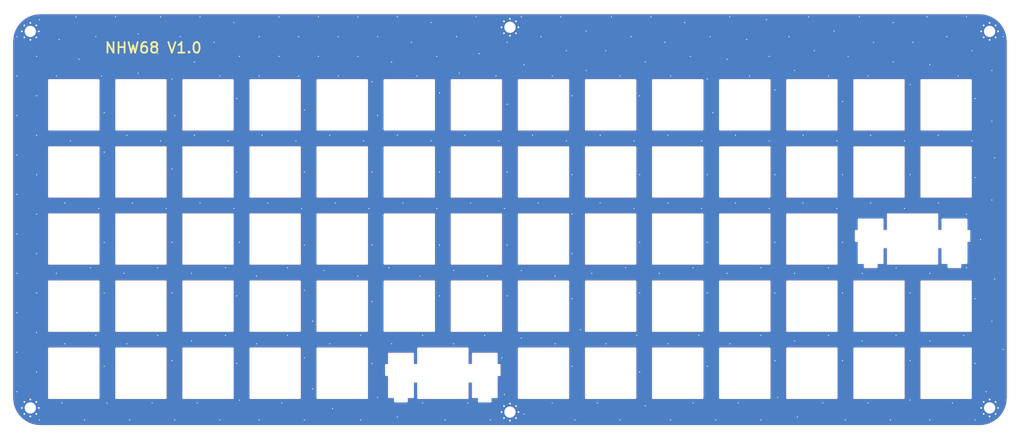
<source format=kicad_pcb>
(kicad_pcb (version 20171130) (host pcbnew "(5.1.5)-3")
  (title_block (date 2020-02-27))
  (layers (0 F.Cu signal) (31 B.Cu signal) (34 B.Paste user) (35 F.Paste user) (36 B.SilkS user) (37 F.SilkS user) (38 B.Mask user) (39 F.Mask user) (44 Edge.Cuts user))
  (net 0 "")
  (net 1 "Net-(H1-Pad1)")
  (module MountingHole:MountingHole_3.2mm_M3_Pad_Via (layer F.Cu) (at 346.964211 174.823728)
    (fp_text reference H6 hide)
    (fp_text value MountingHole)
    (pad 1 thru_hole circle (at 1.697056 -1.697056) (size 0.8 0.8) (drill 0.5) (layers *.Cu *.Mask) (net 1 "Net-(H1-Pad1)"))
    (pad 1 thru_hole circle (at 0 -2.4) (size 0.8 0.8) (drill 0.5) (layers *.Cu *.Mask) (net 1 "Net-(H1-Pad1)"))
    (pad 1 thru_hole circle (at -1.697056 -1.697056) (size 0.8 0.8) (drill 0.5) (layers *.Cu *.Mask) (net 1 "Net-(H1-Pad1)"))
    (pad 1 thru_hole circle (at -2.4 0) (size 0.8 0.8) (drill 0.5) (layers *.Cu *.Mask) (net 1 "Net-(H1-Pad1)"))
    (pad 1 thru_hole circle (at -1.697056 1.697056) (size 0.8 0.8) (drill 0.5) (layers *.Cu *.Mask) (net 1 "Net-(H1-Pad1)"))
    (pad 1 thru_hole circle (at 0 2.4) (size 0.8 0.8) (drill 0.5) (layers *.Cu *.Mask) (net 1 "Net-(H1-Pad1)"))
    (pad 1 thru_hole circle (at 1.697056 1.697056) (size 0.8 0.8) (drill 0.5) (layers *.Cu *.Mask) (net 1 "Net-(H1-Pad1)"))
    (pad 1 thru_hole circle (at 2.4 0) (size 0.8 0.8) (drill 0.5) (layers *.Cu *.Mask) (net 1 "Net-(H1-Pad1)"))
    (pad 1 thru_hole circle (at 0 0) (size 6.4 6.4) (drill 3.2) (layers *.Cu *.Mask) (net 1 "Net-(H1-Pad1)"))
  )
  (module MountingHole:MountingHole_3.2mm_M3_Pad_Via (layer F.Cu) (at 74.607457 174.823728)
    (fp_text reference H5 hide)
    (fp_text value MountingHole)
    (pad 1 thru_hole circle (at 1.697056 -1.697056) (size 0.8 0.8) (drill 0.5) (layers *.Cu *.Mask) (net 1 "Net-(H1-Pad1)"))
    (pad 1 thru_hole circle (at 0 -2.4) (size 0.8 0.8) (drill 0.5) (layers *.Cu *.Mask) (net 1 "Net-(H1-Pad1)"))
    (pad 1 thru_hole circle (at -1.697056 -1.697056) (size 0.8 0.8) (drill 0.5) (layers *.Cu *.Mask) (net 1 "Net-(H1-Pad1)"))
    (pad 1 thru_hole circle (at -2.4 0) (size 0.8 0.8) (drill 0.5) (layers *.Cu *.Mask) (net 1 "Net-(H1-Pad1)"))
    (pad 1 thru_hole circle (at -1.697056 1.697056) (size 0.8 0.8) (drill 0.5) (layers *.Cu *.Mask) (net 1 "Net-(H1-Pad1)"))
    (pad 1 thru_hole circle (at 0 2.4) (size 0.8 0.8) (drill 0.5) (layers *.Cu *.Mask) (net 1 "Net-(H1-Pad1)"))
    (pad 1 thru_hole circle (at 1.697056 1.697056) (size 0.8 0.8) (drill 0.5) (layers *.Cu *.Mask) (net 1 "Net-(H1-Pad1)"))
    (pad 1 thru_hole circle (at 2.4 0) (size 0.8 0.8) (drill 0.5) (layers *.Cu *.Mask) (net 1 "Net-(H1-Pad1)"))
    (pad 1 thru_hole circle (at 0 0) (size 6.4 6.4) (drill 3.2) (layers *.Cu *.Mask) (net 1 "Net-(H1-Pad1)"))
  )
  (module MountingHole:MountingHole_3.2mm_M3_Pad_Via (layer F.Cu) (at 210.785834 175.9953)
    (fp_text reference H4 hide)
    (fp_text value MountingHole)
    (pad 1 thru_hole circle (at 1.697056 -1.697056) (size 0.8 0.8) (drill 0.5) (layers *.Cu *.Mask) (net 1 "Net-(H1-Pad1)"))
    (pad 1 thru_hole circle (at 0 -2.4) (size 0.8 0.8) (drill 0.5) (layers *.Cu *.Mask) (net 1 "Net-(H1-Pad1)"))
    (pad 1 thru_hole circle (at -1.697056 -1.697056) (size 0.8 0.8) (drill 0.5) (layers *.Cu *.Mask) (net 1 "Net-(H1-Pad1)"))
    (pad 1 thru_hole circle (at -2.4 0) (size 0.8 0.8) (drill 0.5) (layers *.Cu *.Mask) (net 1 "Net-(H1-Pad1)"))
    (pad 1 thru_hole circle (at -1.697056 1.697056) (size 0.8 0.8) (drill 0.5) (layers *.Cu *.Mask) (net 1 "Net-(H1-Pad1)"))
    (pad 1 thru_hole circle (at 0 2.4) (size 0.8 0.8) (drill 0.5) (layers *.Cu *.Mask) (net 1 "Net-(H1-Pad1)"))
    (pad 1 thru_hole circle (at 1.697056 1.697056) (size 0.8 0.8) (drill 0.5) (layers *.Cu *.Mask) (net 1 "Net-(H1-Pad1)"))
    (pad 1 thru_hole circle (at 2.4 0) (size 0.8 0.8) (drill 0.5) (layers *.Cu *.Mask) (net 1 "Net-(H1-Pad1)"))
    (pad 1 thru_hole circle (at 0 0) (size 6.4 6.4) (drill 3.2) (layers *.Cu *.Mask) (net 1 "Net-(H1-Pad1)"))
  )
  (module MountingHole:MountingHole_3.2mm_M3_Pad_Via (layer F.Cu) (at 346.964211 67.916773)
    (fp_text reference H3 hide)
    (fp_text value MountingHole)
    (pad 1 thru_hole circle (at 1.697056 -1.697056) (size 0.8 0.8) (drill 0.5) (layers *.Cu *.Mask) (net 1 "Net-(H1-Pad1)"))
    (pad 1 thru_hole circle (at 0 -2.4) (size 0.8 0.8) (drill 0.5) (layers *.Cu *.Mask) (net 1 "Net-(H1-Pad1)"))
    (pad 1 thru_hole circle (at -1.697056 -1.697056) (size 0.8 0.8) (drill 0.5) (layers *.Cu *.Mask) (net 1 "Net-(H1-Pad1)"))
    (pad 1 thru_hole circle (at -2.4 0) (size 0.8 0.8) (drill 0.5) (layers *.Cu *.Mask) (net 1 "Net-(H1-Pad1)"))
    (pad 1 thru_hole circle (at -1.697056 1.697056) (size 0.8 0.8) (drill 0.5) (layers *.Cu *.Mask) (net 1 "Net-(H1-Pad1)"))
    (pad 1 thru_hole circle (at 0 2.4) (size 0.8 0.8) (drill 0.5) (layers *.Cu *.Mask) (net 1 "Net-(H1-Pad1)"))
    (pad 1 thru_hole circle (at 1.697056 1.697056) (size 0.8 0.8) (drill 0.5) (layers *.Cu *.Mask) (net 1 "Net-(H1-Pad1)"))
    (pad 1 thru_hole circle (at 2.4 0) (size 0.8 0.8) (drill 0.5) (layers *.Cu *.Mask) (net 1 "Net-(H1-Pad1)"))
    (pad 1 thru_hole circle (at 0 0) (size 6.4 6.4) (drill 3.2) (layers *.Cu *.Mask) (net 1 "Net-(H1-Pad1)"))
  )
  (module MountingHole:MountingHole_3.2mm_M3_Pad_Via (layer F.Cu) (at 210.785834 66.7452)
    (fp_text reference H2 hide)
    (fp_text value MountingHole)
    (pad 1 thru_hole circle (at 1.697056 -1.697056) (size 0.8 0.8) (drill 0.5) (layers *.Cu *.Mask) (net 1 "Net-(H1-Pad1)"))
    (pad 1 thru_hole circle (at 0 -2.4) (size 0.8 0.8) (drill 0.5) (layers *.Cu *.Mask) (net 1 "Net-(H1-Pad1)"))
    (pad 1 thru_hole circle (at -1.697056 -1.697056) (size 0.8 0.8) (drill 0.5) (layers *.Cu *.Mask) (net 1 "Net-(H1-Pad1)"))
    (pad 1 thru_hole circle (at -2.4 0) (size 0.8 0.8) (drill 0.5) (layers *.Cu *.Mask) (net 1 "Net-(H1-Pad1)"))
    (pad 1 thru_hole circle (at -1.697056 1.697056) (size 0.8 0.8) (drill 0.5) (layers *.Cu *.Mask) (net 1 "Net-(H1-Pad1)"))
    (pad 1 thru_hole circle (at 0 2.4) (size 0.8 0.8) (drill 0.5) (layers *.Cu *.Mask) (net 1 "Net-(H1-Pad1)"))
    (pad 1 thru_hole circle (at 1.697056 1.697056) (size 0.8 0.8) (drill 0.5) (layers *.Cu *.Mask) (net 1 "Net-(H1-Pad1)"))
    (pad 1 thru_hole circle (at 2.4 0) (size 0.8 0.8) (drill 0.5) (layers *.Cu *.Mask) (net 1 "Net-(H1-Pad1)"))
    (pad 1 thru_hole circle (at 0 0) (size 6.4 6.4) (drill 3.2) (layers *.Cu *.Mask) (net 1 "Net-(H1-Pad1)"))
  )
  (module MountingHole:MountingHole_3.2mm_M3_Pad_Via (layer F.Cu) (at 74.607457 67.916773)
    (fp_text reference H1 hide)
    (fp_text value MountingHole)
    (pad 1 thru_hole circle (at 1.697056 -1.697056) (size 0.8 0.8) (drill 0.5) (layers *.Cu *.Mask) (net 1 "Net-(H1-Pad1)"))
    (pad 1 thru_hole circle (at 0 -2.4) (size 0.8 0.8) (drill 0.5) (layers *.Cu *.Mask) (net 1 "Net-(H1-Pad1)"))
    (pad 1 thru_hole circle (at -1.697056 -1.697056) (size 0.8 0.8) (drill 0.5) (layers *.Cu *.Mask) (net 1 "Net-(H1-Pad1)"))
    (pad 1 thru_hole circle (at -2.4 0) (size 0.8 0.8) (drill 0.5) (layers *.Cu *.Mask) (net 1 "Net-(H1-Pad1)"))
    (pad 1 thru_hole circle (at -1.697056 1.697056) (size 0.8 0.8) (drill 0.5) (layers *.Cu *.Mask) (net 1 "Net-(H1-Pad1)"))
    (pad 1 thru_hole circle (at 0 2.4) (size 0.8 0.8) (drill 0.5) (layers *.Cu *.Mask) (net 1 "Net-(H1-Pad1)"))
    (pad 1 thru_hole circle (at 1.697056 1.697056) (size 0.8 0.8) (drill 0.5) (layers *.Cu *.Mask) (net 1 "Net-(H1-Pad1)"))
    (pad 1 thru_hole circle (at 2.4 0) (size 0.8 0.8) (drill 0.5) (layers *.Cu *.Mask) (net 1 "Net-(H1-Pad1)"))
    (pad 1 thru_hole circle (at 0 0) (size 6.4 6.4) (drill 3.2) (layers *.Cu *.Mask) (net 1 "Net-(H1-Pad1)"))
  )
  (gr_line (start 69.435885 70.7452) (end 69.435885 171.995272) (layer Edge.Cuts) (width 0.05))
  (gr_line (start 227.3098 157.9698) (end 213.3108 157.9698) (layer Edge.Cuts) (width 0.05))
  (gr_line (start 151.109799 157.9698) (end 137.1105 157.9698) (layer Edge.Cuts) (width 0.05))
  (gr_line (start 132.059799 171.96933) (end 132.059799 157.9698) (layer Edge.Cuts) (width 0.05))
  (gr_line (start 137.1105 157.9698) (end 137.1105 171.96933) (layer Edge.Cuts) (width 0.05))
  (gr_line (start 77.435884 179.995271) (end 344.1358 179.995271) (layer Edge.Cuts) (width 0.05))
  (gr_line (start 352.1358 171.995272) (end 352.1358 70.7452) (layer Edge.Cuts) (width 0.05))
  (gr_line (start 99.0105 171.96933) (end 113.0098 171.96933) (layer Edge.Cuts) (width 0.05))
  (gr_line (start 151.109799 171.96933) (end 151.109799 157.9698) (layer Edge.Cuts) (width 0.05))
  (gr_line (start 79.96045 157.9698) (end 79.96045 171.96933) (layer Edge.Cuts) (width 0.05))
  (gr_arc (start 344.1358 70.7452) (end 352.1358 70.7452) (angle -90) (layer Edge.Cuts) (width 0.05))
  (gr_line (start 137.1105 171.96933) (end 151.109799 171.96933) (layer Edge.Cuts) (width 0.05))
  (gr_line (start 113.0098 157.9698) (end 99.0105 157.9698) (layer Edge.Cuts) (width 0.05))
  (gr_line (start 213.3108 157.9698) (end 213.3108 171.96933) (layer Edge.Cuts) (width 0.05))
  (gr_line (start 113.0098 171.96933) (end 113.0098 157.9698) (layer Edge.Cuts) (width 0.05))
  (gr_line (start 93.96 157.9698) (end 79.96045 157.9698) (layer Edge.Cuts) (width 0.05))
  (gr_line (start 118.0605 157.9698) (end 118.0605 171.96933) (layer Edge.Cuts) (width 0.05))
  (gr_arc (start 344.1358 171.995272) (end 344.1358 179.995271) (angle -90) (layer Edge.Cuts) (width 0.05))
  (gr_line (start 227.3098 171.96933) (end 227.3098 157.9698) (layer Edge.Cuts) (width 0.05))
  (gr_line (start 118.0605 171.96933) (end 132.059799 171.96933) (layer Edge.Cuts) (width 0.05))
  (gr_line (start 170.1598 171.96933) (end 170.1598 157.9698) (layer Edge.Cuts) (width 0.05))
  (gr_line (start 170.1598 157.9698) (end 156.160499 157.9698) (layer Edge.Cuts) (width 0.05))
  (gr_line (start 156.160499 157.9698) (end 156.160499 171.96933) (layer Edge.Cuts) (width 0.05))
  (gr_line (start 156.160499 171.96933) (end 170.1598 171.96933) (layer Edge.Cuts) (width 0.05))
  (gr_line (start 99.0105 157.9698) (end 99.0105 171.96933) (layer Edge.Cuts) (width 0.05))
  (gr_line (start 79.96045 171.96933) (end 93.96 171.96933) (layer Edge.Cuts) (width 0.05))
  (gr_line (start 344.1358 62.7452) (end 77.435884 62.7452) (layer Edge.Cuts) (width 0.05))
  (gr_arc (start 77.435884 171.995272) (end 69.435885 171.995272) (angle -90) (layer Edge.Cuts) (width 0.05))
  (gr_arc (start 77.435884 70.7452) (end 77.435884 62.7452) (angle -90) (layer Edge.Cuts) (width 0.05))
  (gr_line (start 132.059799 157.9698) (end 118.0605 157.9698) (layer Edge.Cuts) (width 0.05))
  (gr_line (start 213.3108 171.96933) (end 227.3098 171.96933) (layer Edge.Cuts) (width 0.05))
  (gr_line (start 93.96 171.96933) (end 93.96 157.9698) (layer Edge.Cuts) (width 0.05))
  (gr_line (start 176.459 171.73919) (end 176.459 165.47048) (layer Edge.Cuts) (width 0.05))
  (gr_line (start 200.2608 171.73919) (end 200.2608 167.26884) (layer Edge.Cuts) (width 0.05))
  (gr_line (start 289.5108 95.7693) (end 303.5098 95.7693) (layer Edge.Cuts) (width 0.05))
  (gr_line (start 183.2098 171.73919) (end 181.4858 171.73919) (layer Edge.Cuts) (width 0.05))
  (gr_line (start 201.9858 171.73919) (end 200.2608 171.73919) (layer Edge.Cuts) (width 0.05))
  (gr_line (start 113.0098 81.77) (end 113.0098 95.7693) (layer Edge.Cuts) (width 0.05))
  (gr_line (start 303.5098 81.77) (end 289.5108 81.77) (layer Edge.Cuts) (width 0.05))
  (gr_line (start 198.7348 171.96933) (end 184.7358 171.96933) (layer Edge.Cuts) (width 0.05))
  (gr_line (start 227.3098 81.77) (end 213.3108 81.77) (layer Edge.Cuts) (width 0.05))
  (gr_line (start 184.7358 171.96933) (end 184.7358 167.26884) (layer Edge.Cuts) (width 0.05))
  (gr_line (start 251.4108 95.7693) (end 265.4098 95.7693) (layer Edge.Cuts) (width 0.05))
  (gr_line (start 227.3098 95.7693) (end 227.3098 81.77) (layer Edge.Cuts) (width 0.05))
  (gr_line (start 189.2098 95.7693) (end 189.2098 81.77) (layer Edge.Cuts) (width 0.05))
  (gr_line (start 232.3608 95.7693) (end 246.3598 95.7693) (layer Edge.Cuts) (width 0.05))
  (gr_line (start 322.5598 95.7693) (end 322.5598 81.77) (layer Edge.Cuts) (width 0.05))
  (gr_line (start 99.0105 95.7693) (end 99.0105 81.77) (layer Edge.Cuts) (width 0.05))
  (gr_line (start 194.2588 81.77) (end 194.2588 95.7693) (layer Edge.Cuts) (width 0.05))
  (gr_line (start 205.2858 172.939461) (end 201.9858 172.939461) (layer Edge.Cuts) (width 0.05))
  (gr_line (start 198.7348 167.26884) (end 198.7348 171.96933) (layer Edge.Cuts) (width 0.05))
  (gr_line (start 181.4858 171.73919) (end 181.4858 172.939461) (layer Edge.Cuts) (width 0.05))
  (gr_line (start 213.3108 95.7693) (end 227.3098 95.7693) (layer Edge.Cuts) (width 0.05))
  (gr_line (start 208.259799 81.77) (end 194.2588 81.77) (layer Edge.Cuts) (width 0.05))
  (gr_line (start 175.6349 162.6703) (end 176.459 162.670301) (layer Edge.Cuts) (width 0.05))
  (gr_line (start 118.0605 95.7693) (end 132.059799 95.7693) (layer Edge.Cuts) (width 0.05))
  (gr_line (start 251.4108 81.77) (end 251.4108 95.7693) (layer Edge.Cuts) (width 0.05))
  (gr_line (start 208.259799 95.7693) (end 208.259799 81.77) (layer Edge.Cuts) (width 0.05))
  (gr_line (start 289.5108 81.77) (end 289.5108 95.7693) (layer Edge.Cuts) (width 0.05))
  (gr_line (start 184.7358 167.26884) (end 183.2098 167.26884) (layer Edge.Cuts) (width 0.05))
  (gr_line (start 178.1858 171.73919) (end 176.459 171.73919) (layer Edge.Cuts) (width 0.05))
  (gr_line (start 201.9858 172.939461) (end 201.9858 171.73919) (layer Edge.Cuts) (width 0.05))
  (gr_line (start 181.4858 172.939461) (end 178.1858 172.939461) (layer Edge.Cuts) (width 0.05))
  (gr_line (start 303.5098 95.7693) (end 303.5098 81.77) (layer Edge.Cuts) (width 0.05))
  (gr_line (start 178.1858 172.939461) (end 178.1858 171.73919) (layer Edge.Cuts) (width 0.05))
  (gr_line (start 308.5608 95.7693) (end 322.5598 95.7693) (layer Edge.Cuts) (width 0.05))
  (gr_line (start 308.5608 81.77) (end 308.5608 95.7693) (layer Edge.Cuts) (width 0.05))
  (gr_line (start 189.2098 81.77) (end 175.2091 81.77) (layer Edge.Cuts) (width 0.05))
  (gr_line (start 183.2098 167.26884) (end 183.2098 171.73919) (layer Edge.Cuts) (width 0.05))
  (gr_line (start 175.2091 95.7693) (end 189.2098 95.7693) (layer Edge.Cuts) (width 0.05))
  (gr_line (start 170.1598 81.77) (end 156.160499 81.77) (layer Edge.Cuts) (width 0.05))
  (gr_line (start 322.5598 81.77) (end 308.5608 81.77) (layer Edge.Cuts) (width 0.05))
  (gr_line (start 156.160499 95.7693) (end 170.1598 95.7693) (layer Edge.Cuts) (width 0.05))
  (gr_line (start 265.4098 81.77) (end 251.4108 81.77) (layer Edge.Cuts) (width 0.05))
  (gr_line (start 246.3598 81.77) (end 232.3608 81.77) (layer Edge.Cuts) (width 0.05))
  (gr_line (start 118.0605 81.77) (end 118.0605 95.7693) (layer Edge.Cuts) (width 0.05))
  (gr_line (start 132.059799 81.77) (end 118.0605 81.77) (layer Edge.Cuts) (width 0.05))
  (gr_line (start 132.059799 95.7693) (end 132.059799 81.77) (layer Edge.Cuts) (width 0.05))
  (gr_line (start 175.2091 81.77) (end 175.2091 95.7693) (layer Edge.Cuts) (width 0.05))
  (gr_line (start 175.6349 165.47048) (end 175.6349 162.6703) (layer Edge.Cuts) (width 0.05))
  (gr_line (start 213.3108 81.77) (end 213.3108 95.7693) (layer Edge.Cuts) (width 0.05))
  (gr_line (start 170.1598 95.7693) (end 170.1598 81.77) (layer Edge.Cuts) (width 0.05))
  (gr_line (start 246.3598 95.7693) (end 246.3598 81.77) (layer Edge.Cuts) (width 0.05))
  (gr_line (start 200.2608 167.26884) (end 198.7348 167.26884) (layer Edge.Cuts) (width 0.05))
  (gr_line (start 232.3608 81.77) (end 232.3608 95.7693) (layer Edge.Cuts) (width 0.05))
  (gr_line (start 265.4098 95.7693) (end 265.4098 81.77) (layer Edge.Cuts) (width 0.05))
  (gr_line (start 176.459 165.47048) (end 175.6349 165.47048) (layer Edge.Cuts) (width 0.05))
  (gr_line (start 156.160499 81.77) (end 156.160499 95.7693) (layer Edge.Cuts) (width 0.05))
  (gr_line (start 194.2588 95.7693) (end 208.259799 95.7693) (layer Edge.Cuts) (width 0.05))
  (gr_line (start 183.2098 162.6703) (end 184.7358 162.6703) (layer Edge.Cuts) (width 0.05))
  (gr_line (start 93.96 95.7693) (end 93.96 81.77) (layer Edge.Cuts) (width 0.05))
  (gr_line (start 184.7358 157.9698) (end 198.7348 157.9698) (layer Edge.Cuts) (width 0.05))
  (gr_line (start 176.459 162.670301) (end 176.459 159.440201) (layer Edge.Cuts) (width 0.05))
  (gr_line (start 208.259799 114.8193) (end 208.259799 100.82) (layer Edge.Cuts) (width 0.05))
  (gr_line (start 137.1105 114.8193) (end 151.109799 114.8193) (layer Edge.Cuts) (width 0.05))
  (gr_line (start 170.1598 114.8193) (end 170.1598 100.82) (layer Edge.Cuts) (width 0.05))
  (gr_line (start 327.6108 81.77) (end 327.6108 95.7693) (layer Edge.Cuts) (width 0.05))
  (gr_line (start 341.6098 81.77) (end 327.6108 81.77) (layer Edge.Cuts) (width 0.05))
  (gr_line (start 175.2091 114.8193) (end 189.2098 114.8193) (layer Edge.Cuts) (width 0.05))
  (gr_line (start 284.4598 81.77) (end 270.4608 81.77) (layer Edge.Cuts) (width 0.05))
  (gr_line (start 265.4098 114.8193) (end 265.4098 100.82) (layer Edge.Cuts) (width 0.05))
  (gr_line (start 113.0098 95.7693) (end 99.0105 95.7693) (layer Edge.Cuts) (width 0.05))
  (gr_line (start 79.96045 95.7693) (end 93.96 95.7693) (layer Edge.Cuts) (width 0.05))
  (gr_line (start 251.4108 100.82) (end 251.4108 114.8193) (layer Edge.Cuts) (width 0.05))
  (gr_line (start 118.0605 114.8193) (end 132.059799 114.8193) (layer Edge.Cuts) (width 0.05))
  (gr_line (start 341.6098 95.7693) (end 341.6098 81.77) (layer Edge.Cuts) (width 0.05))
  (gr_line (start 151.109799 114.8193) (end 151.109799 100.82) (layer Edge.Cuts) (width 0.05))
  (gr_line (start 132.059799 114.8193) (end 132.059799 100.82) (layer Edge.Cuts) (width 0.05))
  (gr_line (start 176.459 159.440201) (end 183.2098 159.440201) (layer Edge.Cuts) (width 0.05))
  (gr_line (start 341.6098 114.8193) (end 341.6098 100.82) (layer Edge.Cuts) (width 0.05))
  (gr_line (start 137.1105 100.82) (end 137.1105 114.8193) (layer Edge.Cuts) (width 0.05))
  (gr_line (start 208.259799 100.82) (end 194.2588 100.82) (layer Edge.Cuts) (width 0.05))
  (gr_line (start 99.0105 81.77) (end 113.0098 81.77) (layer Edge.Cuts) (width 0.05))
  (gr_line (start 194.2588 114.8193) (end 208.259799 114.8193) (layer Edge.Cuts) (width 0.05))
  (gr_line (start 151.109799 100.82) (end 137.1105 100.82) (layer Edge.Cuts) (width 0.05))
  (gr_line (start 132.059799 100.82) (end 118.0605 100.82) (layer Edge.Cuts) (width 0.05))
  (gr_line (start 251.4108 114.8193) (end 265.4098 114.8193) (layer Edge.Cuts) (width 0.05))
  (gr_line (start 156.160499 114.8193) (end 170.1598 114.8193) (layer Edge.Cuts) (width 0.05))
  (gr_line (start 213.3108 114.8193) (end 227.3098 114.8193) (layer Edge.Cuts) (width 0.05))
  (gr_line (start 170.1598 100.82) (end 156.160499 100.82) (layer Edge.Cuts) (width 0.05))
  (gr_line (start 327.6108 114.8193) (end 341.6098 114.8193) (layer Edge.Cuts) (width 0.05))
  (gr_line (start 198.7348 157.9698) (end 198.7348 162.6703) (layer Edge.Cuts) (width 0.05))
  (gr_line (start 213.3108 100.82) (end 213.3108 114.8193) (layer Edge.Cuts) (width 0.05))
  (gr_line (start 79.96045 81.77) (end 79.96045 95.7693) (layer Edge.Cuts) (width 0.05))
  (gr_line (start 137.1105 81.77) (end 137.1105 95.7693) (layer Edge.Cuts) (width 0.05))
  (gr_line (start 207.009799 165.47048) (end 207.009799 171.73919) (layer Edge.Cuts) (width 0.05))
  (gr_line (start 205.2858 171.73919) (end 205.2858 172.939461) (layer Edge.Cuts) (width 0.05))
  (gr_line (start 207.009799 171.73919) (end 205.2858 171.73919) (layer Edge.Cuts) (width 0.05))
  (gr_line (start 194.2588 100.82) (end 194.2588 114.8193) (layer Edge.Cuts) (width 0.05))
  (gr_line (start 183.2098 159.440201) (end 183.2098 162.6703) (layer Edge.Cuts) (width 0.05))
  (gr_line (start 284.4598 95.7693) (end 284.4598 81.77) (layer Edge.Cuts) (width 0.05))
  (gr_line (start 151.109799 95.7693) (end 151.109799 81.77) (layer Edge.Cuts) (width 0.05))
  (gr_line (start 207.8358 165.47048) (end 207.009799 165.47048) (layer Edge.Cuts) (width 0.05))
  (gr_line (start 207.8358 162.6703) (end 207.8358 165.47048) (layer Edge.Cuts) (width 0.05))
  (gr_line (start 198.7348 162.6703) (end 200.2608 162.670301) (layer Edge.Cuts) (width 0.05))
  (gr_line (start 265.4098 100.82) (end 251.4108 100.82) (layer Edge.Cuts) (width 0.05))
  (gr_line (start 151.109799 81.77) (end 137.1105 81.77) (layer Edge.Cuts) (width 0.05))
  (gr_line (start 118.0605 100.82) (end 118.0605 114.8193) (layer Edge.Cuts) (width 0.05))
  (gr_line (start 207.009799 162.6703) (end 207.8358 162.6703) (layer Edge.Cuts) (width 0.05))
  (gr_line (start 207.009799 159.440201) (end 207.009799 162.6703) (layer Edge.Cuts) (width 0.05))
  (gr_line (start 200.2608 159.440201) (end 207.009799 159.440201) (layer Edge.Cuts) (width 0.05))
  (gr_line (start 327.6108 100.82) (end 327.6108 114.8193) (layer Edge.Cuts) (width 0.05))
  (gr_line (start 327.6108 95.7693) (end 341.6098 95.7693) (layer Edge.Cuts) (width 0.05))
  (gr_line (start 93.96 81.77) (end 79.96045 81.77) (layer Edge.Cuts) (width 0.05))
  (gr_line (start 270.4608 95.7693) (end 284.4598 95.7693) (layer Edge.Cuts) (width 0.05))
  (gr_line (start 227.3098 100.82) (end 213.3108 100.82) (layer Edge.Cuts) (width 0.05))
  (gr_line (start 227.3098 114.8193) (end 227.3098 100.82) (layer Edge.Cuts) (width 0.05))
  (gr_line (start 184.7358 162.6703) (end 184.7358 157.9698) (layer Edge.Cuts) (width 0.05))
  (gr_line (start 156.160499 100.82) (end 156.160499 114.8193) (layer Edge.Cuts) (width 0.05))
  (gr_line (start 137.1105 95.7693) (end 151.109799 95.7693) (layer Edge.Cuts) (width 0.05))
  (gr_line (start 200.2608 162.670301) (end 200.2608 159.440201) (layer Edge.Cuts) (width 0.05))
  (gr_line (start 270.4608 81.77) (end 270.4608 95.7693) (layer Edge.Cuts) (width 0.05))
  (gr_line (start 341.6098 100.82) (end 327.6108 100.82) (layer Edge.Cuts) (width 0.05))
  (gr_line (start 270.4608 119.87) (end 270.4608 133.8693) (layer Edge.Cuts) (width 0.05))
  (gr_line (start 270.4608 100.82) (end 270.4608 114.8193) (layer Edge.Cuts) (width 0.05))
  (gr_line (start 175.2091 133.8693) (end 189.2098 133.8693) (layer Edge.Cuts) (width 0.05))
  (gr_line (start 118.0605 119.87) (end 118.0605 133.8693) (layer Edge.Cuts) (width 0.05))
  (gr_line (start 227.3098 133.8693) (end 227.3098 119.87) (layer Edge.Cuts) (width 0.05))
  (gr_line (start 227.3098 119.87) (end 213.3108 119.87) (layer Edge.Cuts) (width 0.05))
  (gr_line (start 251.4108 119.87) (end 251.4108 133.8693) (layer Edge.Cuts) (width 0.05))
  (gr_line (start 79.96045 100.82) (end 79.96045 114.8193) (layer Edge.Cuts) (width 0.05))
  (gr_line (start 232.3608 114.8193) (end 246.3598 114.8193) (layer Edge.Cuts) (width 0.05))
  (gr_line (start 79.96045 119.87) (end 79.96045 133.8693) (layer Edge.Cuts) (width 0.05))
  (gr_line (start 284.4598 100.82) (end 270.4608 100.82) (layer Edge.Cuts) (width 0.05))
  (gr_line (start 246.3598 100.82) (end 232.3608 100.82) (layer Edge.Cuts) (width 0.05))
  (gr_line (start 213.3108 119.87) (end 213.3108 133.8693) (layer Edge.Cuts) (width 0.05))
  (gr_line (start 284.4598 114.8193) (end 284.4598 100.82) (layer Edge.Cuts) (width 0.05))
  (gr_line (start 99.0105 100.82) (end 99.0105 114.8193) (layer Edge.Cuts) (width 0.05))
  (gr_line (start 284.4598 119.87) (end 270.4608 119.87) (layer Edge.Cuts) (width 0.05))
  (gr_line (start 175.2091 100.82) (end 175.2091 114.8193) (layer Edge.Cuts) (width 0.05))
  (gr_line (start 189.2098 100.82) (end 175.2091 100.82) (layer Edge.Cuts) (width 0.05))
  (gr_line (start 246.3598 114.8193) (end 246.3598 100.82) (layer Edge.Cuts) (width 0.05))
  (gr_line (start 113.0098 100.82) (end 99.0105 100.82) (layer Edge.Cuts) (width 0.05))
  (gr_line (start 265.4098 119.87) (end 251.4108 119.87) (layer Edge.Cuts) (width 0.05))
  (gr_line (start 175.2091 119.87) (end 175.2091 133.8693) (layer Edge.Cuts) (width 0.05))
  (gr_line (start 137.1105 119.87) (end 137.1105 133.8693) (layer Edge.Cuts) (width 0.05))
  (gr_line (start 132.059799 133.8693) (end 132.059799 119.87) (layer Edge.Cuts) (width 0.05))
  (gr_line (start 265.4098 133.8693) (end 265.4098 119.87) (layer Edge.Cuts) (width 0.05))
  (gr_line (start 189.2098 119.87) (end 175.2091 119.87) (layer Edge.Cuts) (width 0.05))
  (gr_line (start 232.3608 133.8693) (end 246.3598 133.8693) (layer Edge.Cuts) (width 0.05))
  (gr_line (start 189.2098 114.8193) (end 189.2098 100.82) (layer Edge.Cuts) (width 0.05))
  (gr_line (start 322.5598 100.82) (end 308.5608 100.82) (layer Edge.Cuts) (width 0.05))
  (gr_line (start 113.0098 114.8193) (end 113.0098 100.82) (layer Edge.Cuts) (width 0.05))
  (gr_line (start 93.96 114.8193) (end 93.96 100.82) (layer Edge.Cuts) (width 0.05))
  (gr_line (start 308.5608 100.82) (end 308.5608 114.8193) (layer Edge.Cuts) (width 0.05))
  (gr_line (start 289.5108 100.82) (end 289.5108 114.8193) (layer Edge.Cuts) (width 0.05))
  (gr_line (start 251.4108 133.8693) (end 265.4098 133.8693) (layer Edge.Cuts) (width 0.05))
  (gr_line (start 189.2098 133.8693) (end 189.2098 119.87) (layer Edge.Cuts) (width 0.05))
  (gr_line (start 151.109799 119.87) (end 137.1105 119.87) (layer Edge.Cuts) (width 0.05))
  (gr_line (start 322.5598 114.8193) (end 322.5598 100.82) (layer Edge.Cuts) (width 0.05))
  (gr_line (start 99.0105 114.8193) (end 113.0098 114.8193) (layer Edge.Cuts) (width 0.05))
  (gr_line (start 308.5608 114.8193) (end 322.5598 114.8193) (layer Edge.Cuts) (width 0.05))
  (gr_line (start 232.3608 100.82) (end 232.3608 114.8193) (layer Edge.Cuts) (width 0.05))
  (gr_line (start 289.5108 114.8193) (end 303.5098 114.8193) (layer Edge.Cuts) (width 0.05))
  (gr_line (start 303.5098 100.82) (end 289.5108 100.82) (layer Edge.Cuts) (width 0.05))
  (gr_line (start 284.4598 133.8693) (end 284.4598 119.87) (layer Edge.Cuts) (width 0.05))
  (gr_line (start 99.0105 133.8693) (end 113.0098 133.8693) (layer Edge.Cuts) (width 0.05))
  (gr_line (start 79.96045 114.8193) (end 93.96 114.8193) (layer Edge.Cuts) (width 0.05))
  (gr_line (start 93.96 100.82) (end 79.96045 100.82) (layer Edge.Cuts) (width 0.05))
  (gr_line (start 270.4608 114.8193) (end 284.4598 114.8193) (layer Edge.Cuts) (width 0.05))
  (gr_line (start 246.3598 119.87) (end 232.3608 119.87) (layer Edge.Cuts) (width 0.05))
  (gr_line (start 113.0098 119.87) (end 99.0105 119.87) (layer Edge.Cuts) (width 0.05))
  (gr_line (start 132.059799 119.87) (end 118.0605 119.87) (layer Edge.Cuts) (width 0.05))
  (gr_line (start 194.2588 119.87) (end 194.2588 133.8693) (layer Edge.Cuts) (width 0.05))
  (gr_line (start 118.0605 133.8693) (end 132.059799 133.8693) (layer Edge.Cuts) (width 0.05))
  (gr_line (start 270.4608 133.8693) (end 284.4598 133.8693) (layer Edge.Cuts) (width 0.05))
  (gr_line (start 232.3608 119.87) (end 232.3608 133.8693) (layer Edge.Cuts) (width 0.05))
  (gr_line (start 208.259799 119.87) (end 194.2588 119.87) (layer Edge.Cuts) (width 0.05))
  (gr_line (start 99.0105 119.87) (end 99.0105 133.8693) (layer Edge.Cuts) (width 0.05))
  (gr_line (start 246.3598 133.8693) (end 246.3598 119.87) (layer Edge.Cuts) (width 0.05))
  (gr_line (start 194.2588 133.8693) (end 208.259799 133.8693) (layer Edge.Cuts) (width 0.05))
  (gr_line (start 303.5098 114.8193) (end 303.5098 100.82) (layer Edge.Cuts) (width 0.05))
  (gr_line (start 151.109799 133.8693) (end 151.109799 119.87) (layer Edge.Cuts) (width 0.05))
  (gr_line (start 137.1105 133.8693) (end 151.109799 133.8693) (layer Edge.Cuts) (width 0.05))
  (gr_line (start 208.259799 133.8693) (end 208.259799 119.87) (layer Edge.Cuts) (width 0.05))
  (gr_line (start 113.0098 133.8693) (end 113.0098 119.87) (layer Edge.Cuts) (width 0.05))
  (gr_line (start 213.3108 133.8693) (end 227.3098 133.8693) (layer Edge.Cuts) (width 0.05))
  (gr_line (start 322.5598 152.9193) (end 322.5598 138.92) (layer Edge.Cuts) (width 0.05))
  (gr_line (start 308.5608 152.9193) (end 322.5598 152.9193) (layer Edge.Cuts) (width 0.05))
  (gr_line (start 289.5108 138.92) (end 289.5108 152.9193) (layer Edge.Cuts) (width 0.05))
  (gr_line (start 175.2091 152.9193) (end 189.2098 152.9193) (layer Edge.Cuts) (width 0.05))
  (gr_line (start 175.2091 138.92) (end 175.2091 152.9193) (layer Edge.Cuts) (width 0.05))
  (gr_line (start 227.3098 152.9193) (end 227.3098 138.92) (layer Edge.Cuts) (width 0.05))
  (gr_line (start 208.259799 138.92) (end 194.2588 138.92) (layer Edge.Cuts) (width 0.05))
  (gr_line (start 194.2588 138.92) (end 194.2588 152.9193) (layer Edge.Cuts) (width 0.05))
  (gr_line (start 303.5098 133.8693) (end 303.5098 119.87) (layer Edge.Cuts) (width 0.05))
  (gr_line (start 270.4608 152.9193) (end 284.4598 152.9193) (layer Edge.Cuts) (width 0.05))
  (gr_line (start 189.2098 138.92) (end 175.2091 138.92) (layer Edge.Cuts) (width 0.05))
  (gr_line (start 227.3098 138.92) (end 213.3108 138.92) (layer Edge.Cuts) (width 0.05))
  (gr_line (start 194.2588 152.9193) (end 208.259799 152.9193) (layer Edge.Cuts) (width 0.05))
  (gr_line (start 213.3108 152.9193) (end 227.3098 152.9193) (layer Edge.Cuts) (width 0.05))
  (gr_line (start 303.5098 138.92) (end 289.5108 138.92) (layer Edge.Cuts) (width 0.05))
  (gr_line (start 156.160499 133.8693) (end 170.1598 133.8693) (layer Edge.Cuts) (width 0.05))
  (gr_line (start 189.2098 152.9193) (end 189.2098 138.92) (layer Edge.Cuts) (width 0.05))
  (gr_line (start 208.259799 152.9193) (end 208.259799 138.92) (layer Edge.Cuts) (width 0.05))
  (gr_line (start 308.5608 138.92) (end 308.5608 152.9193) (layer Edge.Cuts) (width 0.05))
  (gr_line (start 289.5108 152.9193) (end 303.5098 152.9193) (layer Edge.Cuts) (width 0.05))
  (gr_line (start 284.4598 152.9193) (end 284.4598 138.92) (layer Edge.Cuts) (width 0.05))
  (gr_line (start 156.160499 119.87) (end 156.160499 133.8693) (layer Edge.Cuts) (width 0.05))
  (gr_line (start 213.3108 138.92) (end 213.3108 152.9193) (layer Edge.Cuts) (width 0.05))
  (gr_line (start 284.4598 138.92) (end 270.4608 138.92) (layer Edge.Cuts) (width 0.05))
  (gr_line (start 303.5098 119.87) (end 289.5108 119.87) (layer Edge.Cuts) (width 0.05))
  (gr_line (start 303.5098 152.9193) (end 303.5098 138.92) (layer Edge.Cuts) (width 0.05))
  (gr_line (start 93.96 133.8693) (end 93.96 119.87) (layer Edge.Cuts) (width 0.05))
  (gr_line (start 79.96045 133.8693) (end 93.96 133.8693) (layer Edge.Cuts) (width 0.05))
  (gr_line (start 289.5108 133.8693) (end 303.5098 133.8693) (layer Edge.Cuts) (width 0.05))
  (gr_line (start 289.5108 119.87) (end 289.5108 133.8693) (layer Edge.Cuts) (width 0.05))
  (gr_line (start 322.5598 138.92) (end 308.5608 138.92) (layer Edge.Cuts) (width 0.05))
  (gr_line (start 170.1598 119.87) (end 156.160499 119.87) (layer Edge.Cuts) (width 0.05))
  (gr_line (start 170.1598 133.8693) (end 170.1598 119.87) (layer Edge.Cuts) (width 0.05))
  (gr_line (start 270.4608 138.92) (end 270.4608 152.9193) (layer Edge.Cuts) (width 0.05))
  (gr_line (start 303.5098 171.96933) (end 303.5098 157.9698) (layer Edge.Cuts) (width 0.05))
  (gr_line (start 99.0105 138.92) (end 99.0105 152.9193) (layer Edge.Cuts) (width 0.05))
  (gr_line (start 79.96045 152.9193) (end 93.96 152.9193) (layer Edge.Cuts) (width 0.05))
  (gr_line (start 79.96045 138.92) (end 79.96045 152.9193) (layer Edge.Cuts) (width 0.05))
  (gr_line (start 265.4098 171.96933) (end 265.4098 157.9698) (layer Edge.Cuts) (width 0.05))
  (gr_line (start 93.96 138.92) (end 79.96045 138.92) (layer Edge.Cuts) (width 0.05))
  (gr_line (start 93.96 152.9193) (end 93.96 138.92) (layer Edge.Cuts) (width 0.05))
  (gr_line (start 327.6108 157.9698) (end 327.6108 171.96933) (layer Edge.Cuts) (width 0.05))
  (gr_line (start 289.5108 157.9698) (end 289.5108 171.96933) (layer Edge.Cuts) (width 0.05))
  (gr_line (start 265.4098 157.9698) (end 251.4108 157.9698) (layer Edge.Cuts) (width 0.05))
  (gr_line (start 251.4108 157.9698) (end 251.4108 171.96933) (layer Edge.Cuts) (width 0.05))
  (gr_line (start 341.6098 157.9698) (end 327.6108 157.9698) (layer Edge.Cuts) (width 0.05))
  (gr_line (start 289.5108 171.96933) (end 303.5098 171.96933) (layer Edge.Cuts) (width 0.05))
  (gr_line (start 341.6098 171.96933) (end 341.6098 157.9698) (layer Edge.Cuts) (width 0.05))
  (gr_line (start 327.6108 171.96933) (end 341.6098 171.96933) (layer Edge.Cuts) (width 0.05))
  (gr_line (start 251.4108 171.96933) (end 265.4098 171.96933) (layer Edge.Cuts) (width 0.05))
  (gr_line (start 232.3608 157.9698) (end 232.3608 171.96933) (layer Edge.Cuts) (width 0.05))
  (gr_line (start 246.3598 157.9698) (end 232.3608 157.9698) (layer Edge.Cuts) (width 0.05))
  (gr_line (start 246.3598 171.96933) (end 246.3598 157.9698) (layer Edge.Cuts) (width 0.05))
  (gr_line (start 99.0105 152.9193) (end 113.0098 152.9193) (layer Edge.Cuts) (width 0.05))
  (gr_line (start 232.3608 171.96933) (end 246.3598 171.96933) (layer Edge.Cuts) (width 0.05))
  (gr_line (start 137.1105 152.9193) (end 151.109799 152.9193) (layer Edge.Cuts) (width 0.05))
  (gr_line (start 137.1105 138.92) (end 137.1105 152.9193) (layer Edge.Cuts) (width 0.05))
  (gr_line (start 151.109799 138.92) (end 137.1105 138.92) (layer Edge.Cuts) (width 0.05))
  (gr_line (start 151.109799 152.9193) (end 151.109799 138.92) (layer Edge.Cuts) (width 0.05))
  (gr_line (start 113.0098 138.92) (end 99.0105 138.92) (layer Edge.Cuts) (width 0.05))
  (gr_line (start 303.5098 157.9698) (end 289.5108 157.9698) (layer Edge.Cuts) (width 0.05))
  (gr_line (start 113.0098 152.9193) (end 113.0098 138.92) (layer Edge.Cuts) (width 0.05))
  (gr_line (start 118.0605 138.92) (end 118.0605 152.9193) (layer Edge.Cuts) (width 0.05))
  (gr_line (start 132.059799 138.92) (end 118.0605 138.92) (layer Edge.Cuts) (width 0.05))
  (gr_line (start 308.5608 157.9698) (end 308.5608 171.96933) (layer Edge.Cuts) (width 0.05))
  (gr_line (start 132.059799 152.9193) (end 132.059799 138.92) (layer Edge.Cuts) (width 0.05))
  (gr_line (start 308.5608 171.96933) (end 322.5598 171.96933) (layer Edge.Cuts) (width 0.05))
  (gr_line (start 322.5598 171.96933) (end 322.5598 157.9698) (layer Edge.Cuts) (width 0.05))
  (gr_line (start 322.5598 157.9698) (end 308.5608 157.9698) (layer Edge.Cuts) (width 0.05))
  (gr_line (start 118.0605 152.9193) (end 132.059799 152.9193) (layer Edge.Cuts) (width 0.05))
  (gr_line (start 338.6358 133.6393) (end 338.6358 134.8394) (layer Edge.Cuts) (width 0.05))
  (gr_line (start 341.1858 124.5704) (end 341.1858 127.3704) (layer Edge.Cuts) (width 0.05))
  (gr_line (start 335.3358 134.8394) (end 335.3358 133.6393) (layer Edge.Cuts) (width 0.05))
  (gr_line (start 265.4098 152.9193) (end 265.4098 138.92) (layer Edge.Cuts) (width 0.05))
  (gr_line (start 316.5598 124.5704) (end 318.0858 124.5704) (layer Edge.Cuts) (width 0.05))
  (gr_line (start 341.6098 152.9193) (end 341.6098 138.92) (layer Edge.Cuts) (width 0.05))
  (gr_line (start 156.160499 138.92) (end 156.160499 152.9193) (layer Edge.Cuts) (width 0.05))
  (gr_line (start 333.610799 133.6393) (end 333.610799 129.1703) (layer Edge.Cuts) (width 0.05))
  (gr_line (start 170.1598 138.92) (end 156.160499 138.92) (layer Edge.Cuts) (width 0.05))
  (gr_line (start 309.8108 124.5704) (end 309.8108 121.34) (layer Edge.Cuts) (width 0.05))
  (gr_line (start 318.0858 119.87) (end 332.0848 119.87) (layer Edge.Cuts) (width 0.05))
  (gr_line (start 327.6108 152.9193) (end 341.6098 152.9193) (layer Edge.Cuts) (width 0.05))
  (gr_line (start 170.1598 152.9193) (end 170.1598 138.92) (layer Edge.Cuts) (width 0.05))
  (gr_line (start 309.8108 133.6393) (end 309.8108 127.3704) (layer Edge.Cuts) (width 0.05))
  (gr_line (start 311.5358 133.6393) (end 309.8108 133.6393) (layer Edge.Cuts) (width 0.05))
  (gr_line (start 316.5598 133.6393) (end 314.8358 133.6393) (layer Edge.Cuts) (width 0.05))
  (gr_line (start 318.0858 133.8693) (end 318.0858 129.1703) (layer Edge.Cuts) (width 0.05))
  (gr_line (start 332.0848 129.1703) (end 332.0848 133.8693) (layer Edge.Cuts) (width 0.05))
  (gr_line (start 333.610799 129.1703) (end 332.0848 129.1703) (layer Edge.Cuts) (width 0.05))
  (gr_line (start 318.0858 124.5704) (end 318.0858 119.87) (layer Edge.Cuts) (width 0.05))
  (gr_line (start 156.160499 152.9193) (end 170.1598 152.9193) (layer Edge.Cuts) (width 0.05))
  (gr_line (start 308.9848 127.3704) (end 308.9848 124.5704) (layer Edge.Cuts) (width 0.05))
  (gr_line (start 311.5358 134.8394) (end 311.5358 133.6393) (layer Edge.Cuts) (width 0.05))
  (gr_line (start 314.8358 134.8394) (end 311.5358 134.8394) (layer Edge.Cuts) (width 0.05))
  (gr_line (start 318.0858 129.1703) (end 316.5598 129.1703) (layer Edge.Cuts) (width 0.05))
  (gr_line (start 341.1858 127.3704) (end 340.3598 127.3704) (layer Edge.Cuts) (width 0.05))
  (gr_line (start 246.3598 138.92) (end 232.3608 138.92) (layer Edge.Cuts) (width 0.05))
  (gr_line (start 314.8358 133.6393) (end 314.8358 134.8394) (layer Edge.Cuts) (width 0.05))
  (gr_line (start 246.3598 152.9193) (end 246.3598 138.92) (layer Edge.Cuts) (width 0.05))
  (gr_line (start 270.4608 171.96933) (end 284.4598 171.96933) (layer Edge.Cuts) (width 0.05))
  (gr_line (start 335.3358 133.6393) (end 333.610799 133.6393) (layer Edge.Cuts) (width 0.05))
  (gr_line (start 232.3608 138.92) (end 232.3608 152.9193) (layer Edge.Cuts) (width 0.05))
  (gr_line (start 340.3598 124.5704) (end 341.1858 124.5704) (layer Edge.Cuts) (width 0.05))
  (gr_line (start 309.8108 127.3704) (end 308.9848 127.3704) (layer Edge.Cuts) (width 0.05))
  (gr_line (start 284.4598 157.9698) (end 270.4608 157.9698) (layer Edge.Cuts) (width 0.05))
  (gr_line (start 270.4608 157.9698) (end 270.4608 171.96933) (layer Edge.Cuts) (width 0.05))
  (gr_line (start 333.610799 121.34) (end 340.3598 121.34) (layer Edge.Cuts) (width 0.05))
  (gr_line (start 332.0848 119.87) (end 332.0848 124.5704) (layer Edge.Cuts) (width 0.05))
  (gr_line (start 232.3608 152.9193) (end 246.3598 152.9193) (layer Edge.Cuts) (width 0.05))
  (gr_line (start 332.0848 124.5704) (end 333.610799 124.5704) (layer Edge.Cuts) (width 0.05))
  (gr_line (start 327.6108 138.92) (end 327.6108 152.9193) (layer Edge.Cuts) (width 0.05))
  (gr_line (start 333.610799 124.5704) (end 333.610799 121.34) (layer Edge.Cuts) (width 0.05))
  (gr_line (start 265.4098 138.92) (end 251.4108 138.92) (layer Edge.Cuts) (width 0.05))
  (gr_line (start 341.6098 138.92) (end 327.6108 138.92) (layer Edge.Cuts) (width 0.05))
  (gr_line (start 284.4598 171.96933) (end 284.4598 157.9698) (layer Edge.Cuts) (width 0.05))
  (gr_line (start 316.5598 121.34) (end 316.5598 124.5704) (layer Edge.Cuts) (width 0.05))
  (gr_line (start 309.8108 121.34) (end 316.5598 121.34) (layer Edge.Cuts) (width 0.05))
  (gr_line (start 332.0848 133.8693) (end 318.0858 133.8693) (layer Edge.Cuts) (width 0.05))
  (gr_line (start 338.6358 134.8394) (end 335.3358 134.8394) (layer Edge.Cuts) (width 0.05))
  (gr_line (start 340.3598 133.6393) (end 338.6358 133.6393) (layer Edge.Cuts) (width 0.05))
  (gr_line (start 340.3598 127.3704) (end 340.3598 133.6393) (layer Edge.Cuts) (width 0.05))
  (gr_line (start 251.4108 152.9193) (end 265.4098 152.9193) (layer Edge.Cuts) (width 0.05))
  (gr_line (start 251.4108 138.92) (end 251.4108 152.9193) (layer Edge.Cuts) (width 0.05))
  (gr_line (start 340.3598 121.34) (end 340.3598 124.5704) (layer Edge.Cuts) (width 0.05))
  (gr_line (start 308.9848 124.5704) (end 309.8108 124.5704) (layer Edge.Cuts) (width 0.05))
  (gr_line (start 316.5598 129.1703) (end 316.5598 133.6393) (layer Edge.Cuts) (width 0.05))
  (gr_line (start 93.96 119.87) (end 79.96045 119.87) (layer Edge.Cuts) (width 0.05))
  (gr_text "NHW68 V1.0" (at 109.511043 72.59) (layer F.SilkS) (effects (font (size 3 3) (thickness 0.5))))
  (via (at 70.8 69.4) (size 0.6) (drill 0.3) (layers F.Cu B.Cu) (net 1))
  (via (at 70.8 80.6) (size 0.6) (drill 0.3) (layers F.Cu B.Cu) (net 1))
  (via (at 70.8 91.8) (size 0.6) (drill 0.3) (layers F.Cu B.Cu) (net 1))
  (via (at 70.8 103) (size 0.6) (drill 0.3) (layers F.Cu B.Cu) (net 1))
  (via (at 70.8 114.2) (size 0.6) (drill 0.3) (layers F.Cu B.Cu) (net 1))
  (via (at 70.8 125.4) (size 0.6) (drill 0.3) (layers F.Cu B.Cu) (net 1))
  (via (at 70.8 136.6) (size 0.6) (drill 0.3) (layers F.Cu B.Cu) (net 1))
  (via (at 70.8 147.8) (size 0.6) (drill 0.3) (layers F.Cu B.Cu) (net 1))
  (via (at 70.8 159) (size 0.6) (drill 0.3) (layers F.Cu B.Cu) (net 1))
  (via (at 70.8 170.2) (size 0.6) (drill 0.3) (layers F.Cu B.Cu) (net 1))
  (via (at 76.4 75) (size 0.6) (drill 0.3) (layers F.Cu B.Cu) (net 1))
  (via (at 76.4 86.2) (size 0.6) (drill 0.3) (layers F.Cu B.Cu) (net 1))
  (via (at 76.4 97.4) (size 0.6) (drill 0.3) (layers F.Cu B.Cu) (net 1))
  (via (at 76.4 108.6) (size 0.6) (drill 0.3) (layers F.Cu B.Cu) (net 1))
  (via (at 76.4 119.8) (size 0.6) (drill 0.3) (layers F.Cu B.Cu) (net 1))
  (via (at 76.4 131) (size 0.6) (drill 0.3) (layers F.Cu B.Cu) (net 1))
  (via (at 76.4 142.2) (size 0.6) (drill 0.3) (layers F.Cu B.Cu) (net 1))
  (via (at 76.4 153.4) (size 0.6) (drill 0.3) (layers F.Cu B.Cu) (net 1))
  (via (at 76.4 164.6) (size 0.6) (drill 0.3) (layers F.Cu B.Cu) (net 1))
  (via (at 77.2 64.6) (size 0.6) (drill 0.3) (layers F.Cu B.Cu) (net 1))
  (via (at 77.2 178.2) (size 0.6) (drill 0.3) (layers F.Cu B.Cu) (net 1))
  (via (at 82 80.6) (size 0.6) (drill 0.3) (layers F.Cu B.Cu) (net 1))
  (via (at 82 136.6) (size 0.6) (drill 0.3) (layers F.Cu B.Cu) (net 1))
  (via (at 82.8 70.2) (size 0.6) (drill 0.3) (layers F.Cu B.Cu) (net 1))
  (via (at 83.6 173.4) (size 0.6) (drill 0.3) (layers F.Cu B.Cu) (net 1))
  (via (at 84.4 116.6) (size 0.6) (drill 0.3) (layers F.Cu B.Cu) (net 1))
  (via (at 84.4 156.6) (size 0.6) (drill 0.3) (layers F.Cu B.Cu) (net 1))
  (via (at 86 99) (size 0.6) (drill 0.3) (layers F.Cu B.Cu) (net 1))
  (via (at 87.6 63.8) (size 0.6) (drill 0.3) (layers F.Cu B.Cu) (net 1))
  (via (at 88.4 75.8) (size 0.6) (drill 0.3) (layers F.Cu B.Cu) (net 1))
  (via (at 90 178.2) (size 0.6) (drill 0.3) (layers F.Cu B.Cu) (net 1))
  (via (at 91.6 135) (size 0.6) (drill 0.3) (layers F.Cu B.Cu) (net 1))
  (via (at 93.2 69.4) (size 0.6) (drill 0.3) (layers F.Cu B.Cu) (net 1))
  (via (at 93.2 154.2) (size 0.6) (drill 0.3) (layers F.Cu B.Cu) (net 1))
  (via (at 94 118.2) (size 0.6) (drill 0.3) (layers F.Cu B.Cu) (net 1))
  (via (at 94.8 80.6) (size 0.6) (drill 0.3) (layers F.Cu B.Cu) (net 1))
  (via (at 95.6 91) (size 0.6) (drill 0.3) (layers F.Cu B.Cu) (net 1))
  (via (at 95.6 102.2) (size 0.6) (drill 0.3) (layers F.Cu B.Cu) (net 1))
  (via (at 95.6 127.8) (size 0.6) (drill 0.3) (layers F.Cu B.Cu) (net 1))
  (via (at 95.6 142.2) (size 0.6) (drill 0.3) (layers F.Cu B.Cu) (net 1))
  (via (at 95.6 163) (size 0.6) (drill 0.3) (layers F.Cu B.Cu) (net 1))
  (via (at 96.4 173.4) (size 0.6) (drill 0.3) (layers F.Cu B.Cu) (net 1))
  (via (at 98.8 63.8) (size 0.6) (drill 0.3) (layers F.Cu B.Cu) (net 1))
  (via (at 99.6 74.2) (size 0.6) (drill 0.3) (layers F.Cu B.Cu) (net 1))
  (via (at 101.2 136.6) (size 0.6) (drill 0.3) (layers F.Cu B.Cu) (net 1))
  (via (at 102 97.4) (size 0.6) (drill 0.3) (layers F.Cu B.Cu) (net 1))
  (via (at 102 156.6) (size 0.6) (drill 0.3) (layers F.Cu B.Cu) (net 1))
  (via (at 102.8 178.2) (size 0.6) (drill 0.3) (layers F.Cu B.Cu) (net 1))
  (via (at 103.6 116.6) (size 0.6) (drill 0.3) (layers F.Cu B.Cu) (net 1))
  (via (at 105.2 68.6) (size 0.6) (drill 0.3) (layers F.Cu B.Cu) (net 1))
  (via (at 105.2 79.8) (size 0.6) (drill 0.3) (layers F.Cu B.Cu) (net 1))
  (via (at 109.2 173.4) (size 0.6) (drill 0.3) (layers F.Cu B.Cu) (net 1))
  (via (at 110.8 74.2) (size 0.6) (drill 0.3) (layers F.Cu B.Cu) (net 1))
  (via (at 110.8 135) (size 0.6) (drill 0.3) (layers F.Cu B.Cu) (net 1))
  (via (at 110.8 154.2) (size 0.6) (drill 0.3) (layers F.Cu B.Cu) (net 1))
  (via (at 111.6 63.8) (size 0.6) (drill 0.3) (layers F.Cu B.Cu) (net 1))
  (via (at 111.6 99) (size 0.6) (drill 0.3) (layers F.Cu B.Cu) (net 1))
  (via (at 113.2 118.2) (size 0.6) (drill 0.3) (layers F.Cu B.Cu) (net 1))
  (via (at 114.8 81.4) (size 0.6) (drill 0.3) (layers F.Cu B.Cu) (net 1))
  (via (at 114.8 107) (size 0.6) (drill 0.3) (layers F.Cu B.Cu) (net 1))
  (via (at 114.8 127.8) (size 0.6) (drill 0.3) (layers F.Cu B.Cu) (net 1))
  (via (at 114.8 142.2) (size 0.6) (drill 0.3) (layers F.Cu B.Cu) (net 1))
  (via (at 114.8 161.4) (size 0.6) (drill 0.3) (layers F.Cu B.Cu) (net 1))
  (via (at 115.6 91.8) (size 0.6) (drill 0.3) (layers F.Cu B.Cu) (net 1))
  (via (at 115.6 178.2) (size 0.6) (drill 0.3) (layers F.Cu B.Cu) (net 1))
  (via (at 117.2 69.4) (size 0.6) (drill 0.3) (layers F.Cu B.Cu) (net 1))
  (via (at 120.4 136.6) (size 0.6) (drill 0.3) (layers F.Cu B.Cu) (net 1))
  (via (at 120.4 155.8) (size 0.6) (drill 0.3) (layers F.Cu B.Cu) (net 1))
  (via (at 121.2 76.6) (size 0.6) (drill 0.3) (layers F.Cu B.Cu) (net 1))
  (via (at 121.2 97.4) (size 0.6) (drill 0.3) (layers F.Cu B.Cu) (net 1))
  (via (at 122 173.4) (size 0.6) (drill 0.3) (layers F.Cu B.Cu) (net 1))
  (via (at 122.8 63.8) (size 0.6) (drill 0.3) (layers F.Cu B.Cu) (net 1))
  (via (at 122.8 116.6) (size 0.6) (drill 0.3) (layers F.Cu B.Cu) (net 1))
  (via (at 126.8 71) (size 0.6) (drill 0.3) (layers F.Cu B.Cu) (net 1))
  (via (at 128.4 80.6) (size 0.6) (drill 0.3) (layers F.Cu B.Cu) (net 1))
  (via (at 128.4 178.2) (size 0.6) (drill 0.3) (layers F.Cu B.Cu) (net 1))
  (via (at 130 135) (size 0.6) (drill 0.3) (layers F.Cu B.Cu) (net 1))
  (via (at 130 154.2) (size 0.6) (drill 0.3) (layers F.Cu B.Cu) (net 1))
  (via (at 130.8 99) (size 0.6) (drill 0.3) (layers F.Cu B.Cu) (net 1))
  (via (at 132.4 65.4) (size 0.6) (drill 0.3) (layers F.Cu B.Cu) (net 1))
  (via (at 132.4 118.2) (size 0.6) (drill 0.3) (layers F.Cu B.Cu) (net 1))
  (via (at 133.2 87) (size 0.6) (drill 0.3) (layers F.Cu B.Cu) (net 1))
  (via (at 133.2 107.8) (size 0.6) (drill 0.3) (layers F.Cu B.Cu) (net 1))
  (via (at 133.2 143) (size 0.6) (drill 0.3) (layers F.Cu B.Cu) (net 1))
  (via (at 133.2 162.2) (size 0.6) (drill 0.3) (layers F.Cu B.Cu) (net 1))
  (via (at 134 75) (size 0.6) (drill 0.3) (layers F.Cu B.Cu) (net 1))
  (via (at 134 127.8) (size 0.6) (drill 0.3) (layers F.Cu B.Cu) (net 1))
  (via (at 134 172.6) (size 0.6) (drill 0.3) (layers F.Cu B.Cu) (net 1))
  (via (at 138.8 137.4) (size 0.6) (drill 0.3) (layers F.Cu B.Cu) (net 1))
  (via (at 138.8 156.6) (size 0.6) (drill 0.3) (layers F.Cu B.Cu) (net 1))
  (via (at 139.6 69.4) (size 0.6) (drill 0.3) (layers F.Cu B.Cu) (net 1))
  (via (at 139.6 80.6) (size 0.6) (drill 0.3) (layers F.Cu B.Cu) (net 1))
  (via (at 139.6 178.2) (size 0.6) (drill 0.3) (layers F.Cu B.Cu) (net 1))
  (via (at 140.4 97.4) (size 0.6) (drill 0.3) (layers F.Cu B.Cu) (net 1))
  (via (at 142 116.6) (size 0.6) (drill 0.3) (layers F.Cu B.Cu) (net 1))
  (via (at 145.2 63.8) (size 0.6) (drill 0.3) (layers F.Cu B.Cu) (net 1))
  (via (at 145.2 75) (size 0.6) (drill 0.3) (layers F.Cu B.Cu) (net 1))
  (via (at 146 173.4) (size 0.6) (drill 0.3) (layers F.Cu B.Cu) (net 1))
  (via (at 147.6 135) (size 0.6) (drill 0.3) (layers F.Cu B.Cu) (net 1))
  (via (at 147.6 154.2) (size 0.6) (drill 0.3) (layers F.Cu B.Cu) (net 1))
  (via (at 150 99) (size 0.6) (drill 0.3) (layers F.Cu B.Cu) (net 1))
  (via (at 150.8 69.4) (size 0.6) (drill 0.3) (layers F.Cu B.Cu) (net 1))
  (via (at 150.8 80.6) (size 0.6) (drill 0.3) (layers F.Cu B.Cu) (net 1))
  (via (at 151.6 118.2) (size 0.6) (drill 0.3) (layers F.Cu B.Cu) (net 1))
  (via (at 152.4 90.2) (size 0.6) (drill 0.3) (layers F.Cu B.Cu) (net 1))
  (via (at 152.4 107.8) (size 0.6) (drill 0.3) (layers F.Cu B.Cu) (net 1))
  (via (at 152.4 128.6) (size 0.6) (drill 0.3) (layers F.Cu B.Cu) (net 1))
  (via (at 152.4 141.4) (size 0.6) (drill 0.3) (layers F.Cu B.Cu) (net 1))
  (via (at 152.4 160.6) (size 0.6) (drill 0.3) (layers F.Cu B.Cu) (net 1))
  (via (at 152.4 178.2) (size 0.6) (drill 0.3) (layers F.Cu B.Cu) (net 1))
  (via (at 154.8 150.2) (size 0.6) (drill 0.3) (layers F.Cu B.Cu) (net 1))
  (via (at 154.8 169.4) (size 0.6) (drill 0.3) (layers F.Cu B.Cu) (net 1))
  (via (at 156.4 63.8) (size 0.6) (drill 0.3) (layers F.Cu B.Cu) (net 1))
  (via (at 156.4 75) (size 0.6) (drill 0.3) (layers F.Cu B.Cu) (net 1))
  (via (at 158 135.8) (size 0.6) (drill 0.3) (layers F.Cu B.Cu) (net 1))
  (via (at 159.6 97.4) (size 0.6) (drill 0.3) (layers F.Cu B.Cu) (net 1))
  (via (at 159.6 156.6) (size 0.6) (drill 0.3) (layers F.Cu B.Cu) (net 1))
  (via (at 160.4 175) (size 0.6) (drill 0.3) (layers F.Cu B.Cu) (net 1))
  (via (at 161.2 116.6) (size 0.6) (drill 0.3) (layers F.Cu B.Cu) (net 1))
  (via (at 162 69.4) (size 0.6) (drill 0.3) (layers F.Cu B.Cu) (net 1))
  (via (at 162 80.6) (size 0.6) (drill 0.3) (layers F.Cu B.Cu) (net 1))
  (via (at 167.6 63.8) (size 0.6) (drill 0.3) (layers F.Cu B.Cu) (net 1))
  (via (at 167.6 75) (size 0.6) (drill 0.3) (layers F.Cu B.Cu) (net 1))
  (via (at 167.6 137.4) (size 0.6) (drill 0.3) (layers F.Cu B.Cu) (net 1))
  (via (at 168.4 154.2) (size 0.6) (drill 0.3) (layers F.Cu B.Cu) (net 1))
  (via (at 168.4 178.2) (size 0.6) (drill 0.3) (layers F.Cu B.Cu) (net 1))
  (via (at 169.2 99) (size 0.6) (drill 0.3) (layers F.Cu B.Cu) (net 1))
  (via (at 170.8 118.2) (size 0.6) (drill 0.3) (layers F.Cu B.Cu) (net 1))
  (via (at 171.6 82.2) (size 0.6) (drill 0.3) (layers F.Cu B.Cu) (net 1))
  (via (at 171.6 107.8) (size 0.6) (drill 0.3) (layers F.Cu B.Cu) (net 1))
  (via (at 171.6 128.6) (size 0.6) (drill 0.3) (layers F.Cu B.Cu) (net 1))
  (via (at 171.6 144.6) (size 0.6) (drill 0.3) (layers F.Cu B.Cu) (net 1))
  (via (at 171.6 162.2) (size 0.6) (drill 0.3) (layers F.Cu B.Cu) (net 1))
  (via (at 173.2 69.4) (size 0.6) (drill 0.3) (layers F.Cu B.Cu) (net 1))
  (via (at 173.2 91.8) (size 0.6) (drill 0.3) (layers F.Cu B.Cu) (net 1))
  (via (at 173.2 171.8) (size 0.6) (drill 0.3) (layers F.Cu B.Cu) (net 1))
  (via (at 176.4 135) (size 0.6) (drill 0.3) (layers F.Cu B.Cu) (net 1))
  (via (at 177.2 76.6) (size 0.6) (drill 0.3) (layers F.Cu B.Cu) (net 1))
  (via (at 177.2 156.6) (size 0.6) (drill 0.3) (layers F.Cu B.Cu) (net 1))
  (via (at 178.8 63.8) (size 0.6) (drill 0.3) (layers F.Cu B.Cu) (net 1))
  (via (at 178.8 97.4) (size 0.6) (drill 0.3) (layers F.Cu B.Cu) (net 1))
  (via (at 178.8 177.4) (size 0.6) (drill 0.3) (layers F.Cu B.Cu) (net 1))
  (via (at 180.4 116.6) (size 0.6) (drill 0.3) (layers F.Cu B.Cu) (net 1))
  (via (at 182.8 71) (size 0.6) (drill 0.3) (layers F.Cu B.Cu) (net 1))
  (via (at 184.4 80.6) (size 0.6) (drill 0.3) (layers F.Cu B.Cu) (net 1))
  (via (at 185.2 137.4) (size 0.6) (drill 0.3) (layers F.Cu B.Cu) (net 1))
  (via (at 186 154.2) (size 0.6) (drill 0.3) (layers F.Cu B.Cu) (net 1))
  (via (at 186 173.4) (size 0.6) (drill 0.3) (layers F.Cu B.Cu) (net 1))
  (via (at 188.4 65.4) (size 0.6) (drill 0.3) (layers F.Cu B.Cu) (net 1))
  (via (at 188.4 99) (size 0.6) (drill 0.3) (layers F.Cu B.Cu) (net 1))
  (via (at 190 75) (size 0.6) (drill 0.3) (layers F.Cu B.Cu) (net 1))
  (via (at 190 118.2) (size 0.6) (drill 0.3) (layers F.Cu B.Cu) (net 1))
  (via (at 190.8 85.4) (size 0.6) (drill 0.3) (layers F.Cu B.Cu) (net 1))
  (via (at 190.8 107.8) (size 0.6) (drill 0.3) (layers F.Cu B.Cu) (net 1))
  (via (at 190.8 128.6) (size 0.6) (drill 0.3) (layers F.Cu B.Cu) (net 1))
  (via (at 190.8 143) (size 0.6) (drill 0.3) (layers F.Cu B.Cu) (net 1))
  (via (at 192.4 178.2) (size 0.6) (drill 0.3) (layers F.Cu B.Cu) (net 1))
  (via (at 194.8 135.8) (size 0.6) (drill 0.3) (layers F.Cu B.Cu) (net 1))
  (via (at 194.8 156.6) (size 0.6) (drill 0.3) (layers F.Cu B.Cu) (net 1))
  (via (at 195.6 69.4) (size 0.6) (drill 0.3) (layers F.Cu B.Cu) (net 1))
  (via (at 196.4 79.8) (size 0.6) (drill 0.3) (layers F.Cu B.Cu) (net 1))
  (via (at 198 97.4) (size 0.6) (drill 0.3) (layers F.Cu B.Cu) (net 1))
  (via (at 198.8 173.4) (size 0.6) (drill 0.3) (layers F.Cu B.Cu) (net 1))
  (via (at 199.6 116.6) (size 0.6) (drill 0.3) (layers F.Cu B.Cu) (net 1))
  (via (at 201.2 63.8) (size 0.6) (drill 0.3) (layers F.Cu B.Cu) (net 1))
  (via (at 202 74.2) (size 0.6) (drill 0.3) (layers F.Cu B.Cu) (net 1))
  (via (at 203.6 154.2) (size 0.6) (drill 0.3) (layers F.Cu B.Cu) (net 1))
  (via (at 204.4 137.4) (size 0.6) (drill 0.3) (layers F.Cu B.Cu) (net 1))
  (via (at 205.2 178.2) (size 0.6) (drill 0.3) (layers F.Cu B.Cu) (net 1))
  (via (at 206.8 80.6) (size 0.6) (drill 0.3) (layers F.Cu B.Cu) (net 1))
  (via (at 207.6 99) (size 0.6) (drill 0.3) (layers F.Cu B.Cu) (net 1))
  (via (at 208.4 160.6) (size 0.6) (drill 0.3) (layers F.Cu B.Cu) (net 1))
  (via (at 209.2 118.2) (size 0.6) (drill 0.3) (layers F.Cu B.Cu) (net 1))
  (via (at 209.2 171) (size 0.6) (drill 0.3) (layers F.Cu B.Cu) (net 1))
  (via (at 210 71) (size 0.6) (drill 0.3) (layers F.Cu B.Cu) (net 1))
  (via (at 210 88.6) (size 0.6) (drill 0.3) (layers F.Cu B.Cu) (net 1))
  (via (at 210 107.8) (size 0.6) (drill 0.3) (layers F.Cu B.Cu) (net 1))
  (via (at 210 128.6) (size 0.6) (drill 0.3) (layers F.Cu B.Cu) (net 1))
  (via (at 210 143) (size 0.6) (drill 0.3) (layers F.Cu B.Cu) (net 1))
  (via (at 214 63.8) (size 0.6) (drill 0.3) (layers F.Cu B.Cu) (net 1))
  (via (at 214 135.8) (size 0.6) (drill 0.3) (layers F.Cu B.Cu) (net 1))
  (via (at 214 155) (size 0.6) (drill 0.3) (layers F.Cu B.Cu) (net 1))
  (via (at 214.8 77.4) (size 0.6) (drill 0.3) (layers F.Cu B.Cu) (net 1))
  (via (at 214.8 176.6) (size 0.6) (drill 0.3) (layers F.Cu B.Cu) (net 1))
  (via (at 217.2 97.4) (size 0.6) (drill 0.3) (layers F.Cu B.Cu) (net 1))
  (via (at 218.8 116.6) (size 0.6) (drill 0.3) (layers F.Cu B.Cu) (net 1))
  (via (at 219.6 69.4) (size 0.6) (drill 0.3) (layers F.Cu B.Cu) (net 1))
  (via (at 222.8 80.6) (size 0.6) (drill 0.3) (layers F.Cu B.Cu) (net 1))
  (via (at 222.8 173.4) (size 0.6) (drill 0.3) (layers F.Cu B.Cu) (net 1))
  (via (at 223.6 137.4) (size 0.6) (drill 0.3) (layers F.Cu B.Cu) (net 1))
  (via (at 223.6 156.6) (size 0.6) (drill 0.3) (layers F.Cu B.Cu) (net 1))
  (via (at 225.2 63.8) (size 0.6) (drill 0.3) (layers F.Cu B.Cu) (net 1))
  (via (at 226.8 73.4) (size 0.6) (drill 0.3) (layers F.Cu B.Cu) (net 1))
  (via (at 226.8 99) (size 0.6) (drill 0.3) (layers F.Cu B.Cu) (net 1))
  (via (at 228.4 86.2) (size 0.6) (drill 0.3) (layers F.Cu B.Cu) (net 1))
  (via (at 228.4 108.6) (size 0.6) (drill 0.3) (layers F.Cu B.Cu) (net 1))
  (via (at 228.4 119.8) (size 0.6) (drill 0.3) (layers F.Cu B.Cu) (net 1))
  (via (at 228.4 131) (size 0.6) (drill 0.3) (layers F.Cu B.Cu) (net 1))
  (via (at 228.4 143.8) (size 0.6) (drill 0.3) (layers F.Cu B.Cu) (net 1))
  (via (at 228.4 163) (size 0.6) (drill 0.3) (layers F.Cu B.Cu) (net 1))
  (via (at 229.2 178.2) (size 0.6) (drill 0.3) (layers F.Cu B.Cu) (net 1))
  (via (at 230.8 152.6) (size 0.6) (drill 0.3) (layers F.Cu B.Cu) (net 1))
  (via (at 232.4 67.8) (size 0.6) (drill 0.3) (layers F.Cu B.Cu) (net 1))
  (via (at 232.4 79) (size 0.6) (drill 0.3) (layers F.Cu B.Cu) (net 1))
  (via (at 234 136.6) (size 0.6) (drill 0.3) (layers F.Cu B.Cu) (net 1))
  (via (at 235.6 173.4) (size 0.6) (drill 0.3) (layers F.Cu B.Cu) (net 1))
  (via (at 236.4 97.4) (size 0.6) (drill 0.3) (layers F.Cu B.Cu) (net 1))
  (via (at 236.4 116.6) (size 0.6) (drill 0.3) (layers F.Cu B.Cu) (net 1))
  (via (at 238 73.4) (size 0.6) (drill 0.3) (layers F.Cu B.Cu) (net 1))
  (via (at 238 156.6) (size 0.6) (drill 0.3) (layers F.Cu B.Cu) (net 1))
  (via (at 239.6 63.8) (size 0.6) (drill 0.3) (layers F.Cu B.Cu) (net 1))
  (via (at 242 80.6) (size 0.6) (drill 0.3) (layers F.Cu B.Cu) (net 1))
  (via (at 242 178.2) (size 0.6) (drill 0.3) (layers F.Cu B.Cu) (net 1))
  (via (at 243.6 135) (size 0.6) (drill 0.3) (layers F.Cu B.Cu) (net 1))
  (via (at 245.2 69.4) (size 0.6) (drill 0.3) (layers F.Cu B.Cu) (net 1))
  (via (at 246 99) (size 0.6) (drill 0.3) (layers F.Cu B.Cu) (net 1))
  (via (at 246 118.2) (size 0.6) (drill 0.3) (layers F.Cu B.Cu) (net 1))
  (via (at 246.8 154.2) (size 0.6) (drill 0.3) (layers F.Cu B.Cu) (net 1))
  (via (at 247.6 86.2) (size 0.6) (drill 0.3) (layers F.Cu B.Cu) (net 1))
  (via (at 247.6 108.6) (size 0.6) (drill 0.3) (layers F.Cu B.Cu) (net 1))
  (via (at 247.6 127.8) (size 0.6) (drill 0.3) (layers F.Cu B.Cu) (net 1))
  (via (at 247.6 142.2) (size 0.6) (drill 0.3) (layers F.Cu B.Cu) (net 1))
  (via (at 247.6 164.6) (size 0.6) (drill 0.3) (layers F.Cu B.Cu) (net 1))
  (via (at 249.2 76.6) (size 0.6) (drill 0.3) (layers F.Cu B.Cu) (net 1))
  (via (at 249.2 174.2) (size 0.6) (drill 0.3) (layers F.Cu B.Cu) (net 1))
  (via (at 250.8 63.8) (size 0.6) (drill 0.3) (layers F.Cu B.Cu) (net 1))
  (via (at 253.2 136.6) (size 0.6) (drill 0.3) (layers F.Cu B.Cu) (net 1))
  (via (at 254.8 71) (size 0.6) (drill 0.3) (layers F.Cu B.Cu) (net 1))
  (via (at 255.6 97.4) (size 0.6) (drill 0.3) (layers F.Cu B.Cu) (net 1))
  (via (at 255.6 116.6) (size 0.6) (drill 0.3) (layers F.Cu B.Cu) (net 1))
  (via (at 255.6 156.6) (size 0.6) (drill 0.3) (layers F.Cu B.Cu) (net 1))
  (via (at 256.4 80.6) (size 0.6) (drill 0.3) (layers F.Cu B.Cu) (net 1))
  (via (at 256.4 178.2) (size 0.6) (drill 0.3) (layers F.Cu B.Cu) (net 1))
  (via (at 260.4 65.4) (size 0.6) (drill 0.3) (layers F.Cu B.Cu) (net 1))
  (via (at 262 75) (size 0.6) (drill 0.3) (layers F.Cu B.Cu) (net 1))
  (via (at 262.8 135) (size 0.6) (drill 0.3) (layers F.Cu B.Cu) (net 1))
  (via (at 262.8 173.4) (size 0.6) (drill 0.3) (layers F.Cu B.Cu) (net 1))
  (via (at 264.4 154.2) (size 0.6) (drill 0.3) (layers F.Cu B.Cu) (net 1))
  (via (at 265.2 99) (size 0.6) (drill 0.3) (layers F.Cu B.Cu) (net 1))
  (via (at 265.2 118.2) (size 0.6) (drill 0.3) (layers F.Cu B.Cu) (net 1))
  (via (at 266.8 81.4) (size 0.6) (drill 0.3) (layers F.Cu B.Cu) (net 1))
  (via (at 266.8 108.6) (size 0.6) (drill 0.3) (layers F.Cu B.Cu) (net 1))
  (via (at 266.8 127.8) (size 0.6) (drill 0.3) (layers F.Cu B.Cu) (net 1))
  (via (at 266.8 142.2) (size 0.6) (drill 0.3) (layers F.Cu B.Cu) (net 1))
  (via (at 266.8 163) (size 0.6) (drill 0.3) (layers F.Cu B.Cu) (net 1))
  (via (at 267.6 69.4) (size 0.6) (drill 0.3) (layers F.Cu B.Cu) (net 1))
  (via (at 268.4 91) (size 0.6) (drill 0.3) (layers F.Cu B.Cu) (net 1))
  (via (at 269.2 178.2) (size 0.6) (drill 0.3) (layers F.Cu B.Cu) (net 1))
  (via (at 272.4 75.8) (size 0.6) (drill 0.3) (layers F.Cu B.Cu) (net 1))
  (via (at 272.4 136.6) (size 0.6) (drill 0.3) (layers F.Cu B.Cu) (net 1))
  (via (at 273.2 63.8) (size 0.6) (drill 0.3) (layers F.Cu B.Cu) (net 1))
  (via (at 273.2 156.6) (size 0.6) (drill 0.3) (layers F.Cu B.Cu) (net 1))
  (via (at 274.8 97.4) (size 0.6) (drill 0.3) (layers F.Cu B.Cu) (net 1))
  (via (at 274.8 116.6) (size 0.6) (drill 0.3) (layers F.Cu B.Cu) (net 1))
  (via (at 275.6 173.4) (size 0.6) (drill 0.3) (layers F.Cu B.Cu) (net 1))
  (via (at 278 70.2) (size 0.6) (drill 0.3) (layers F.Cu B.Cu) (net 1))
  (via (at 278.8 80.6) (size 0.6) (drill 0.3) (layers F.Cu B.Cu) (net 1))
  (via (at 282 135) (size 0.6) (drill 0.3) (layers F.Cu B.Cu) (net 1))
  (via (at 282 154.2) (size 0.6) (drill 0.3) (layers F.Cu B.Cu) (net 1))
  (via (at 282 178.2) (size 0.6) (drill 0.3) (layers F.Cu B.Cu) (net 1))
  (via (at 283.6 64.6) (size 0.6) (drill 0.3) (layers F.Cu B.Cu) (net 1))
  (via (at 284.4 75) (size 0.6) (drill 0.3) (layers F.Cu B.Cu) (net 1))
  (via (at 284.4 99) (size 0.6) (drill 0.3) (layers F.Cu B.Cu) (net 1))
  (via (at 284.4 118.2) (size 0.6) (drill 0.3) (layers F.Cu B.Cu) (net 1))
  (via (at 286 84.6) (size 0.6) (drill 0.3) (layers F.Cu B.Cu) (net 1))
  (via (at 286 108.6) (size 0.6) (drill 0.3) (layers F.Cu B.Cu) (net 1))
  (via (at 286 127.8) (size 0.6) (drill 0.3) (layers F.Cu B.Cu) (net 1))
  (via (at 286 142.2) (size 0.6) (drill 0.3) (layers F.Cu B.Cu) (net 1))
  (via (at 286 161.4) (size 0.6) (drill 0.3) (layers F.Cu B.Cu) (net 1))
  (via (at 286.8 171.8) (size 0.6) (drill 0.3) (layers F.Cu B.Cu) (net 1))
  (via (at 290 69.4) (size 0.6) (drill 0.3) (layers F.Cu B.Cu) (net 1))
  (via (at 291.6 79) (size 0.6) (drill 0.3) (layers F.Cu B.Cu) (net 1))
  (via (at 291.6 136.6) (size 0.6) (drill 0.3) (layers F.Cu B.Cu) (net 1))
  (via (at 291.6 155.8) (size 0.6) (drill 0.3) (layers F.Cu B.Cu) (net 1))
  (via (at 292.4 177.4) (size 0.6) (drill 0.3) (layers F.Cu B.Cu) (net 1))
  (via (at 294 97.4) (size 0.6) (drill 0.3) (layers F.Cu B.Cu) (net 1))
  (via (at 294 116.6) (size 0.6) (drill 0.3) (layers F.Cu B.Cu) (net 1))
  (via (at 295.6 63.8) (size 0.6) (drill 0.3) (layers F.Cu B.Cu) (net 1))
  (via (at 297.2 73.4) (size 0.6) (drill 0.3) (layers F.Cu B.Cu) (net 1))
  (via (at 299.6 173.4) (size 0.6) (drill 0.3) (layers F.Cu B.Cu) (net 1))
  (via (at 301.2 80.6) (size 0.6) (drill 0.3) (layers F.Cu B.Cu) (net 1))
  (via (at 301.2 135) (size 0.6) (drill 0.3) (layers F.Cu B.Cu) (net 1))
  (via (at 301.2 154.2) (size 0.6) (drill 0.3) (layers F.Cu B.Cu) (net 1))
  (via (at 302.8 67.8) (size 0.6) (drill 0.3) (layers F.Cu B.Cu) (net 1))
  (via (at 303.6 99) (size 0.6) (drill 0.3) (layers F.Cu B.Cu) (net 1))
  (via (at 303.6 118.2) (size 0.6) (drill 0.3) (layers F.Cu B.Cu) (net 1))
  (via (at 305.2 87.8) (size 0.6) (drill 0.3) (layers F.Cu B.Cu) (net 1))
  (via (at 305.2 108.6) (size 0.6) (drill 0.3) (layers F.Cu B.Cu) (net 1))
  (via (at 305.2 127.8) (size 0.6) (drill 0.3) (layers F.Cu B.Cu) (net 1))
  (via (at 305.2 142.2) (size 0.6) (drill 0.3) (layers F.Cu B.Cu) (net 1))
  (via (at 305.2 161.4) (size 0.6) (drill 0.3) (layers F.Cu B.Cu) (net 1))
  (via (at 306 178.2) (size 0.6) (drill 0.3) (layers F.Cu B.Cu) (net 1))
  (via (at 306.8 75) (size 0.6) (drill 0.3) (layers F.Cu B.Cu) (net 1))
  (via (at 310 63.8) (size 0.6) (drill 0.3) (layers F.Cu B.Cu) (net 1))
  (via (at 310.8 136.6) (size 0.6) (drill 0.3) (layers F.Cu B.Cu) (net 1))
  (via (at 310.8 155.8) (size 0.6) (drill 0.3) (layers F.Cu B.Cu) (net 1))
  (via (at 312.4 80.6) (size 0.6) (drill 0.3) (layers F.Cu B.Cu) (net 1))
  (via (at 312.4 173.4) (size 0.6) (drill 0.3) (layers F.Cu B.Cu) (net 1))
  (via (at 313.2 97.4) (size 0.6) (drill 0.3) (layers F.Cu B.Cu) (net 1))
  (via (at 313.2 116.6) (size 0.6) (drill 0.3) (layers F.Cu B.Cu) (net 1))
  (via (at 314 71) (size 0.6) (drill 0.3) (layers F.Cu B.Cu) (net 1))
  (via (at 318.8 178.2) (size 0.6) (drill 0.3) (layers F.Cu B.Cu) (net 1))
  (via (at 319.6 65.4) (size 0.6) (drill 0.3) (layers F.Cu B.Cu) (net 1))
  (via (at 319.6 76.6) (size 0.6) (drill 0.3) (layers F.Cu B.Cu) (net 1))
  (via (at 320.4 135) (size 0.6) (drill 0.3) (layers F.Cu B.Cu) (net 1))
  (via (at 320.4 154.2) (size 0.6) (drill 0.3) (layers F.Cu B.Cu) (net 1))
  (via (at 322.8 99) (size 0.6) (drill 0.3) (layers F.Cu B.Cu) (net 1))
  (via (at 322.8 118.2) (size 0.6) (drill 0.3) (layers F.Cu B.Cu) (net 1))
  (via (at 324.4 83) (size 0.6) (drill 0.3) (layers F.Cu B.Cu) (net 1))
  (via (at 324.4 108.6) (size 0.6) (drill 0.3) (layers F.Cu B.Cu) (net 1))
  (via (at 324.4 142.2) (size 0.6) (drill 0.3) (layers F.Cu B.Cu) (net 1))
  (via (at 324.4 161.4) (size 0.6) (drill 0.3) (layers F.Cu B.Cu) (net 1))
  (via (at 324.4 172.6) (size 0.6) (drill 0.3) (layers F.Cu B.Cu) (net 1))
  (via (at 325.2 71) (size 0.6) (drill 0.3) (layers F.Cu B.Cu) (net 1))
  (via (at 329.2 63.8) (size 0.6) (drill 0.3) (layers F.Cu B.Cu) (net 1))
  (via (at 330 77.4) (size 0.6) (drill 0.3) (layers F.Cu B.Cu) (net 1))
  (via (at 330 136.6) (size 0.6) (drill 0.3) (layers F.Cu B.Cu) (net 1))
  (via (at 330 155.8) (size 0.6) (drill 0.3) (layers F.Cu B.Cu) (net 1))
  (via (at 330 178.2) (size 0.6) (drill 0.3) (layers F.Cu B.Cu) (net 1))
  (via (at 332.4 97.4) (size 0.6) (drill 0.3) (layers F.Cu B.Cu) (net 1))
  (via (at 332.4 116.6) (size 0.6) (drill 0.3) (layers F.Cu B.Cu) (net 1))
  (via (at 334.8 69.4) (size 0.6) (drill 0.3) (layers F.Cu B.Cu) (net 1))
  (via (at 336.4 173.4) (size 0.6) (drill 0.3) (layers F.Cu B.Cu) (net 1))
  (via (at 338 80.6) (size 0.6) (drill 0.3) (layers F.Cu B.Cu) (net 1))
  (via (at 339.6 154.2) (size 0.6) (drill 0.3) (layers F.Cu B.Cu) (net 1))
  (via (at 340.4 63.8) (size 0.6) (drill 0.3) (layers F.Cu B.Cu) (net 1))
  (via (at 340.4 119.8) (size 0.6) (drill 0.3) (layers F.Cu B.Cu) (net 1))
  (via (at 340.4 135) (size 0.6) (drill 0.3) (layers F.Cu B.Cu) (net 1))
  (via (at 342 73.4) (size 0.6) (drill 0.3) (layers F.Cu B.Cu) (net 1))
  (via (at 342 99) (size 0.6) (drill 0.3) (layers F.Cu B.Cu) (net 1))
  (via (at 342.8 87) (size 0.6) (drill 0.3) (layers F.Cu B.Cu) (net 1))
  (via (at 342.8 109.4) (size 0.6) (drill 0.3) (layers F.Cu B.Cu) (net 1))
  (via (at 342.8 143.8) (size 0.6) (drill 0.3) (layers F.Cu B.Cu) (net 1))
  (via (at 342.8 162.2) (size 0.6) (drill 0.3) (layers F.Cu B.Cu) (net 1))
  (via (at 342.8 178.2) (size 0.6) (drill 0.3) (layers F.Cu B.Cu) (net 1))
  (via (at 344.4 127) (size 0.6) (drill 0.3) (layers F.Cu B.Cu) (net 1))
  (via (at 346 170.2) (size 0.6) (drill 0.3) (layers F.Cu B.Cu) (net 1))
  (via (at 347.6 79) (size 0.6) (drill 0.3) (layers F.Cu B.Cu) (net 1))
  (via (at 347.6 93.4) (size 0.6) (drill 0.3) (layers F.Cu B.Cu) (net 1))
  (via (at 347.6 115.8) (size 0.6) (drill 0.3) (layers F.Cu B.Cu) (net 1))
  (via (at 347.6 150.2) (size 0.6) (drill 0.3) (layers F.Cu B.Cu) (net 1))
  (via (at 348.4 103.8) (size 0.6) (drill 0.3) (layers F.Cu B.Cu) (net 1))
  (via (at 348.4 138.2) (size 0.6) (drill 0.3) (layers F.Cu B.Cu) (net 1))
  (via (at 350.8 69.4) (size 0.6) (drill 0.3) (layers F.Cu B.Cu) (net 1))
  (via (at 350.8 158.2) (size 0.6) (drill 0.3) (layers F.Cu B.Cu) (net 1))
  (zone (net 1) (net_name "Net-(H1-Pad1)") (layer B.Cu) (connect_pads yes (clearance 0.3)) (min_thickness 0.254) (fill yes (arc_segments 32) (thermal_gap 0.508) (thermal_bridge_width 0.508))
    (polygon (pts (xy 356.75 59.5) (xy 356.25 184.5) (xy 66 183.5) (xy 67 59)))
  )
  (zone (net 1) (net_name "Net-(H1-Pad1)") (layer F.Cu) (connect_pads yes (clearance 0.3)) (min_thickness 0.254) (fill yes (arc_segments 32) (thermal_gap 0.508) (thermal_bridge_width 0.508))
    (polygon (pts (xy 356.75 59.5) (xy 356.25 184.5) (xy 66 183.5) (xy 67 59)))
  )
)
</source>
